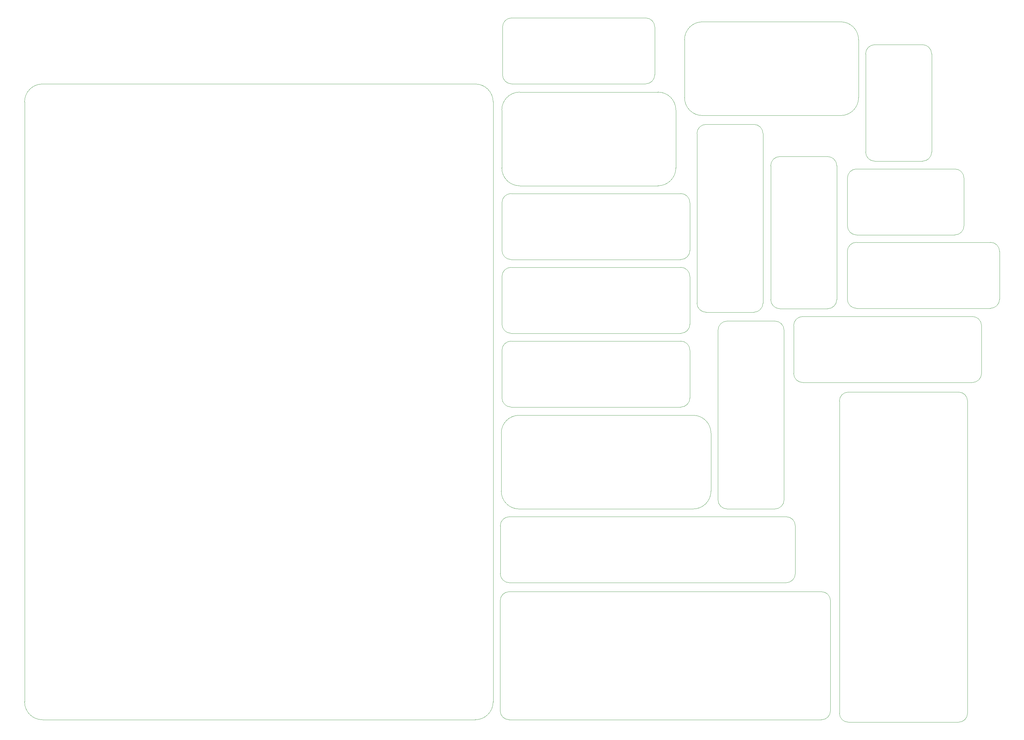
<source format=gm1>
%MOIN*%
%OFA0B0*%
%FSLAX46Y46*%
%IPPOS*%
%LPD*%
%ADD10C,0.0039370078740157488*%
%ADD21C,0.0039370078740157488*%
%ADD22C,0.0039370078740157488*%
%ADD23C,0.0039370078740157488*%
%ADD24C,0.0039370078740157488*%
%ADD25C,0.0039370078740157488*%
%ADD26C,0.0039370078740157488*%
%ADD27C,0.0039370078740157488*%
%ADD28C,0.0039370078740157488*%
%ADD29C,0.0039370078740157488*%
%ADD30C,0.0039370078740157488*%
%ADD31C,0.0039370078740157488*%
%ADD32C,0.0039370078740157488*%
%ADD33C,0.0039370078740157488*%
%ADD34C,0.0039370078740157488*%
%ADD35C,0.0039370078740157488*%
%ADD36C,0.0039370078740157488*%
%ADD37C,0.0039370078740157488*%
G01*
D10*
X0009448818Y0006362745D02*
X0009448818Y0007462745D01*
X0009551721Y0007565648D02*
X0010085915Y0007565648D01*
X0010085916Y0006259842D02*
X0009551721Y0006259842D01*
X0010188818Y0006362745D02*
X0010188818Y0007462745D01*
X0009551721Y0007565648D02*
G75*
G03*
X0009448818Y0007462745I0000000000J-0000102902D01*
G01*
X0009448818Y0006362745D02*
G75*
G03*
X0009551721Y0006259842I0000102902J0000000000D01*
G01*
X0010188818Y0007462745D02*
G75*
G03*
X0010085915Y0007565648I-0000102902J0000000000D01*
G01*
X0010085916Y0006259842D02*
G75*
G03*
X0010188818Y0006362745I0000000000J0000102902D01*
G01*
G04 next file*
G04 Gerber Fmt 4.6, Leading zero omitted, Abs format (unit mm)*
G04 Created by KiCad (PCBNEW 7.0.5) date 2024-01-27 16:56:41*
G01*
G04 APERTURE LIST*
G04 APERTURE END LIST*
D21*
X0005275590Y0000199999D02*
X0005275590Y0006924999D01*
X0000225590Y0007124999D02*
G75*
G03*
X0000025590Y0006924999J-0000200000D01*
G01*
X0005075590Y0007124999D02*
X0000225590Y0007124999D01*
X0000025590Y0000199999D02*
G75*
G03*
X0000225590Y0000000000I0000200000D01*
G01*
X0000025590Y0000199999D02*
X0000025590Y0006924999D01*
X0005275590Y0006924999D02*
G75*
G03*
X0005075590Y0007124999I-0000200000D01*
G01*
X0005075590Y0000000000D02*
X0000225590Y0000000000D01*
X0005075590Y0000000000D02*
G75*
G03*
X0005275590Y0000199999J0000200000D01*
G01*
G04 next file*
G04 Gerber Fmt 4.6, Leading zero omitted, Abs format (unit mm)*
G04 Created by KiCad (PCBNEW 7.0.5) date 2024-01-27 15:52:53*
G01*
G04 APERTURE LIST*
G04 APERTURE END LIST*
D22*
X0005572834Y0005984251D02*
X0007122834Y0005984251D01*
X0005372834Y0006834251D02*
X0005372834Y0006184251D01*
X0007322834Y0006834251D02*
X0007322834Y0006184251D01*
X0007122834Y0007034251D02*
X0005572834Y0007034251D01*
X0005372834Y0006184251D02*
G75*
G03*
X0005572834Y0005984251I0000200000J0000000000D01*
G01*
X0007122834Y0005984251D02*
G75*
G03*
X0007322834Y0006184251J0000200000D01*
G01*
X0005572834Y0007034251D02*
G75*
G03*
X0005372834Y0006834251J-0000200000D01*
G01*
X0007322834Y0006834251D02*
G75*
G03*
X0007122834Y0007034251I-0000200000D01*
G01*
G04 next file*
G04 Gerber Fmt 4.6, Leading zero omitted, Abs format (unit mm)*
G04 Created by KiCad (PCBNEW 7.0.5) date 2024-01-27 16:12:53*
G01*
G04 APERTURE LIST*
G04 APERTURE END LIST*
D23*
X0005566535Y0002362204D02*
X0007516535Y0002362204D01*
X0005366535Y0003212204D02*
X0005366535Y0002562204D01*
X0007716535Y0003212204D02*
X0007716535Y0002562204D01*
X0007516535Y0003412204D02*
X0005566535Y0003412204D01*
X0005366535Y0002562204D02*
G75*
G03*
X0005566535Y0002362204I0000200000J0000000000D01*
G01*
X0007516535Y0002362204D02*
G75*
G03*
X0007716535Y0002562204J0000200000D01*
G01*
X0005566535Y0003412204D02*
G75*
G03*
X0005366535Y0003212204J-0000200000D01*
G01*
X0007716535Y0003212204D02*
G75*
G03*
X0007516535Y0003412204I-0000200000D01*
G01*
G04 next file*
G04 Gerber Fmt 4.6, Leading zero omitted, Abs format (unit mm)*
G04 Created by KiCad (PCBNEW 7.0.5) date 2024-01-27 16:11:28*
G01*
G04 APERTURE LIST*
G04 APERTURE END LIST*
D24*
X0007795275Y0002465107D02*
X0007795275Y0004365107D01*
X0007898178Y0004468010D02*
X0008432372Y0004468010D01*
X0008432372Y0002362204D02*
X0007898178Y0002362204D01*
X0008535275Y0002465107D02*
X0008535275Y0004365107D01*
X0007898178Y0004468010D02*
G75*
G03*
X0007795275Y0004365107I0000000000J-0000102902D01*
G01*
X0007795275Y0002465107D02*
G75*
G03*
X0007898178Y0002362204I0000102902J0000000000D01*
G01*
X0008535275Y0004365107D02*
G75*
G03*
X0008432372Y0004468010I-0000102902J0000000000D01*
G01*
X0008432372Y0002362204D02*
G75*
G03*
X0008535275Y0002465107I0000000000J0000102902D01*
G01*
G04 next file*
G04 Gerber Fmt 4.6, Leading zero omitted, Abs format (unit mm)*
G04 Created by KiCad (PCBNEW 7.0.5) date 2024-01-27 16:11:28*
G01*
G04 APERTURE LIST*
G04 APERTURE END LIST*
D25*
X0007377412Y0003503936D02*
X0005477412Y0003503936D01*
X0005374509Y0003606839D02*
X0005374509Y0004141034D01*
X0007480314Y0004141034D02*
X0007480315Y0003606839D01*
X0007377412Y0004243936D02*
X0005477412Y0004243936D01*
X0005374509Y0003606839D02*
G75*
G03*
X0005477412Y0003503936I0000102902J0000000000D01*
G01*
X0007377412Y0003503936D02*
G75*
G03*
X0007480315Y0003606839I0000000000J0000102902D01*
G01*
X0005477412Y0004243936D02*
G75*
G03*
X0005374509Y0004141034I0000000000J-0000102902D01*
G01*
X0007480314Y0004141034D02*
G75*
G03*
X0007377412Y0004243936I-0000102902J0000000000D01*
G01*
G04 next file*
G04 Gerber Fmt 4.6, Leading zero omitted, Abs format (unit mm)*
G04 Created by KiCad (PCBNEW 7.0.5) date 2024-01-27 16:15:16*
G01*
G04 APERTURE LIST*
G04 APERTURE END LIST*
D26*
X0007377412Y0004330708D02*
X0005477412Y0004330708D01*
X0005374509Y0004433611D02*
X0005374509Y0004967805D01*
X0007480315Y0004967805D02*
X0007480315Y0004433611D01*
X0007377412Y0005070708D02*
X0005477412Y0005070708D01*
X0005374509Y0004433611D02*
G75*
G03*
X0005477412Y0004330708I0000102902J0000000000D01*
G01*
X0007377412Y0004330708D02*
G75*
G03*
X0007480315Y0004433611I0000000000J0000102902D01*
G01*
X0005477412Y0005070708D02*
G75*
G03*
X0005374509Y0004967805I0000000000J-0000102902D01*
G01*
X0007480314Y0004967805D02*
G75*
G03*
X0007377412Y0005070708I-0000102902J0000000000D01*
G01*
G04 next file*
G04 Gerber Fmt 4.6, Leading zero omitted, Abs format (unit mm)*
G04 Created by KiCad (PCBNEW 7.0.5) date 2024-01-27 16:15:16*
G01*
G04 APERTURE LIST*
G04 APERTURE END LIST*
D27*
X0010645128Y0003779527D02*
X0008745128Y0003779527D01*
X0008642225Y0003882430D02*
X0008642225Y0004416624D01*
X0010748031Y0004416624D02*
X0010748031Y0003882430D01*
X0010645128Y0004519527D02*
X0008745128Y0004519527D01*
X0008642225Y0003882430D02*
G75*
G03*
X0008745128Y0003779527I0000102902J0000000000D01*
G01*
X0010645128Y0003779527D02*
G75*
G03*
X0010748031Y0003882430I0000000000J0000102902D01*
G01*
X0008745128Y0004519527D02*
G75*
G03*
X0008642225Y0004416624I0000000000J-0000102902D01*
G01*
X0010748031Y0004416624D02*
G75*
G03*
X0010645128Y0004519527I-0000102902J0000000000D01*
G01*
G04 next file*
G04 Gerber Fmt 4.6, Leading zero omitted, Abs format (unit mm)*
G04 Created by KiCad (PCBNEW 7.0.5) date 2024-01-27 16:18:00*
G01*
G04 APERTURE LIST*
G04 APERTURE END LIST*
D28*
X0007559055Y0004669832D02*
X0007559055Y0006569832D01*
X0007661957Y0006672734D02*
X0008196152Y0006672734D01*
X0008196152Y0004566929D02*
X0007661957Y0004566929D01*
X0008299055Y0004669832D02*
X0008299055Y0006569832D01*
X0007661957Y0006672734D02*
G75*
G03*
X0007559055Y0006569832I0000000000J-0000102902D01*
G01*
X0007559055Y0004669832D02*
G75*
G03*
X0007661957Y0004566929I0000102902J0000000000D01*
G01*
X0008299054Y0006569832D02*
G75*
G03*
X0008196152Y0006672734I-0000102902J0000000000D01*
G01*
X0008196152Y0004566929D02*
G75*
G03*
X0008299055Y0004669832I0000000000J0000102902D01*
G01*
G04 next file*
G04 Gerber Fmt 4.6, Leading zero omitted, Abs format (unit mm)*
G04 Created by KiCad (PCBNEW 7.0.5) date 2024-01-27 16:18:00*
G01*
G04 APERTURE LIST*
G04 APERTURE END LIST*
D29*
X0007377412Y0005157480D02*
X0005477412Y0005157480D01*
X0005374509Y0005260382D02*
X0005374509Y0005794577D01*
X0007480315Y0005794577D02*
X0007480315Y0005260383D01*
X0007377412Y0005897480D02*
X0005477412Y0005897480D01*
X0005374509Y0005260382D02*
G75*
G03*
X0005477412Y0005157480I0000102902J0000000000D01*
G01*
X0007377412Y0005157480D02*
G75*
G03*
X0007480315Y0005260383I0000000000J0000102902D01*
G01*
X0005477412Y0005897479D02*
G75*
G03*
X0005374509Y0005794577J-0000102902D01*
G01*
X0007480314Y0005794577D02*
G75*
G03*
X0007377412Y0005897480I-0000102902J0000000000D01*
G01*
G04 next file*
G04 Gerber Fmt 4.6, Leading zero omitted, Abs format (unit mm)*
G04 Created by KiCad (PCBNEW 7.0.5) date 2024-01-27 16:31:39*
G01*
G04 APERTURE LIST*
G04 APERTURE END LIST*
D30*
X0007620078Y0006771653D02*
X0009170078Y0006771653D01*
X0007420078Y0007621653D02*
X0007420078Y0006971653D01*
X0009370078Y0007621653D02*
X0009370078Y0006971653D01*
X0009170078Y0007821653D02*
X0007620078Y0007821653D01*
X0007420078Y0006971653D02*
G75*
G03*
X0007620078Y0006771653I0000200000J0000000000D01*
G01*
X0009170078Y0006771653D02*
G75*
G03*
X0009370078Y0006971653J0000200000D01*
G01*
X0007620078Y0007821653D02*
G75*
G03*
X0007420078Y0007621653J-0000200000D01*
G01*
X0009370078Y0007621653D02*
G75*
G03*
X0009170078Y0007821653I-0000200000D01*
G01*
G04 next file*
G04 Gerber Fmt 4.6, Leading zero omitted, Abs format (unit mm)*
G04 Created by KiCad (PCBNEW 7.0.5) date 2024-01-27 16:34:13*
G01*
G04 APERTURE LIST*
G04 APERTURE END LIST*
D31*
X0006983711Y0007125984D02*
X0005483711Y0007125984D01*
X0005380808Y0007228886D02*
X0005380808Y0007763081D01*
X0007086614Y0007763081D02*
X0007086614Y0007228886D01*
X0006983711Y0007865984D02*
X0005483711Y0007865984D01*
X0005380808Y0007228886D02*
G75*
G03*
X0005483711Y0007125984I0000102902J0000000000D01*
G01*
X0006983711Y0007125984D02*
G75*
G03*
X0007086614Y0007228886I0000000000J0000102902D01*
G01*
X0005483711Y0007865983D02*
G75*
G03*
X0005380808Y0007763081I0000000000J-0000102902D01*
G01*
X0007086614Y0007763081D02*
G75*
G03*
X0006983711Y0007865984I-0000102902J0000000000D01*
G01*
G04 next file*
G04 Gerber Fmt 4.6, Leading zero omitted, Abs format (unit mm)*
G04 Created by KiCad (PCBNEW 7.0.5) date 2024-01-27 16:38:23*
G01*
G04 APERTURE LIST*
G04 APERTURE END LIST*
D32*
X0008385826Y0004709202D02*
X0008385826Y0006209202D01*
X0008488729Y0006312104D02*
X0009022923Y0006312104D01*
X0009022923Y0004606299D02*
X0008488729Y0004606299D01*
X0009125826Y0004709202D02*
X0009125826Y0006209202D01*
X0008488729Y0006312104D02*
G75*
G03*
X0008385826Y0006209202I0000000000J-0000102902D01*
G01*
X0008385826Y0004709202D02*
G75*
G03*
X0008488729Y0004606299I0000102902J0000000000D01*
G01*
X0009125826Y0006209202D02*
G75*
G03*
X0009022923Y0006312104I-0000102903J0000000000D01*
G01*
X0009022923Y0004606299D02*
G75*
G03*
X0009125826Y0004709202I0000000000J0000102902D01*
G01*
G04 next file*
G04 Gerber Fmt 4.6, Leading zero omitted, Abs format (unit mm)*
G04 Created by KiCad (PCBNEW 7.0.5) date 2024-01-27 16:40:01*
G01*
G04 APERTURE LIST*
G04 APERTURE END LIST*
D33*
X0010847244Y0004611102D02*
X0009347244Y0004611102D01*
X0009244341Y0004714005D02*
X0009244341Y0005248199D01*
X0010950146Y0005248199D02*
X0010950146Y0004714005D01*
X0010847244Y0005351102D02*
X0009347244Y0005351102D01*
X0009244341Y0004714005D02*
G75*
G03*
X0009347244Y0004611102I0000102902J0000000000D01*
G01*
X0010847244Y0004611102D02*
G75*
G03*
X0010950146Y0004714005I0000000000J0000102902D01*
G01*
X0009347244Y0005351102D02*
G75*
G03*
X0009244341Y0005248199I0000000000J-0000102902D01*
G01*
X0010950146Y0005248199D02*
G75*
G03*
X0010847244Y0005351102I-0000102902J0000000000D01*
G01*
G04 next file*
G04 Gerber Fmt 4.6, Leading zero omitted, Abs format (unit mm)*
G04 Created by KiCad (PCBNEW 7.0.5) date 2024-01-27 16:55:02*
G01*
G04 APERTURE LIST*
G04 APERTURE END LIST*
D34*
X0010448278Y0005433070D02*
X0009348278Y0005433070D01*
X0009245375Y0005535973D02*
X0009245375Y0006070167D01*
X0010551181Y0006070167D02*
X0010551181Y0005535973D01*
X0010448278Y0006173070D02*
X0009348278Y0006173070D01*
X0009245375Y0005535973D02*
G75*
G03*
X0009348278Y0005433070I0000102902J0000000000D01*
G01*
X0010448278Y0005433070D02*
G75*
G03*
X0010551181Y0005535973I0000000000J0000102902D01*
G01*
X0009348278Y0006173070D02*
G75*
G03*
X0009245375Y0006070167I0000000000J-0000102902D01*
G01*
X0010551181Y0006070167D02*
G75*
G03*
X0010448278Y0006173070I-0000102902J0000000000D01*
G01*
G04 next file*
G04 Gerber Fmt 4.6, Leading zero omitted, Abs format (unit mm)*
G04 Created by KiCad (PCBNEW 7.0.5) date 2024-01-27 16:35:32*
G01*
G04 APERTURE LIST*
G04 APERTURE END LIST*
D35*
X0008558514Y0001535572D02*
X0005458514Y0001535572D01*
X0005355611Y0001638335D02*
X0005355611Y0002172669D01*
X0008661417Y0002172669D02*
X0008661417Y0001638475D01*
X0008558514Y0002275572D02*
X0005458514Y0002275572D01*
X0005355611Y0001638335D02*
G75*
G03*
X0005458514Y0001535433I0000102902J0000000000D01*
G01*
X0008558514Y0001535572D02*
G75*
G03*
X0008661417Y0001638475I0000000000J0000102902D01*
G01*
X0005458514Y0002275572D02*
G75*
G03*
X0005355611Y0002172669I0000000000J-0000102903D01*
G01*
X0008661417Y0002172669D02*
G75*
G03*
X0008558514Y0002275572I-0000102902J0000000000D01*
G01*
G04 next file*
G04 Gerber Fmt 4.6, Leading zero omitted, Abs format (unit mm)*
G04 Created by KiCad (PCBNEW 7.0.5) date 2024-01-28 12:41:20*
G01*
G04 APERTURE LIST*
G04 APERTURE END LIST*
D36*
X0005455118Y0001435000D02*
G75*
G03*
X0005355118Y0001334999J-0000100000D01*
G01*
X0005355118Y0000100000D02*
G75*
G03*
X0005455118Y0000000000I0000099998J-0000000001D01*
G01*
X0008955118Y0000000000D02*
G75*
G03*
X0009055118Y0000100000I-0000000003J0000100003D01*
G01*
X0009055118Y0001334999D02*
G75*
G03*
X0008955118Y0001435000I-0000100000D01*
G01*
X0009055118Y0000100000D02*
X0009055118Y0001334999D01*
X0008955118Y0001435000D02*
X0005455118Y0001435000D01*
X0005355118Y0000100000D02*
X0005355118Y0001334999D01*
X0008955118Y0000000000D02*
X0005455118Y0000000000D01*
G04 next file*
G04 Gerber Fmt 4.6, Leading zero omitted, Abs format (unit mm)*
G04 Created by KiCad (PCBNEW 7.0.5) date 2024-01-28 12:44:07*
G01*
G04 APERTURE LIST*
G04 APERTURE END LIST*
D37*
X0009155866Y0000072440D02*
G75*
G03*
X0009255866Y-0000027559I0000100000D01*
G01*
X0010490866Y-0000027559D02*
G75*
G03*
X0010590866Y0000072440I0000000001J0000099998D01*
G01*
X0010590866Y0003572440D02*
G75*
G03*
X0010490866Y0003672440I-0000100003J-0000000003D01*
G01*
X0009255866Y0003672440D02*
G75*
G03*
X0009155866Y0003572440J-0000100000D01*
G01*
X0010490866Y0003672440D02*
X0009255866Y0003672440D01*
X0009155866Y0003572440D02*
X0009155866Y0000072440D01*
X0010490866Y-0000027559D02*
X0009255866Y-0000027559D01*
X0010590866Y0003572440D02*
X0010590866Y0000072440D01*
M02*
</source>
